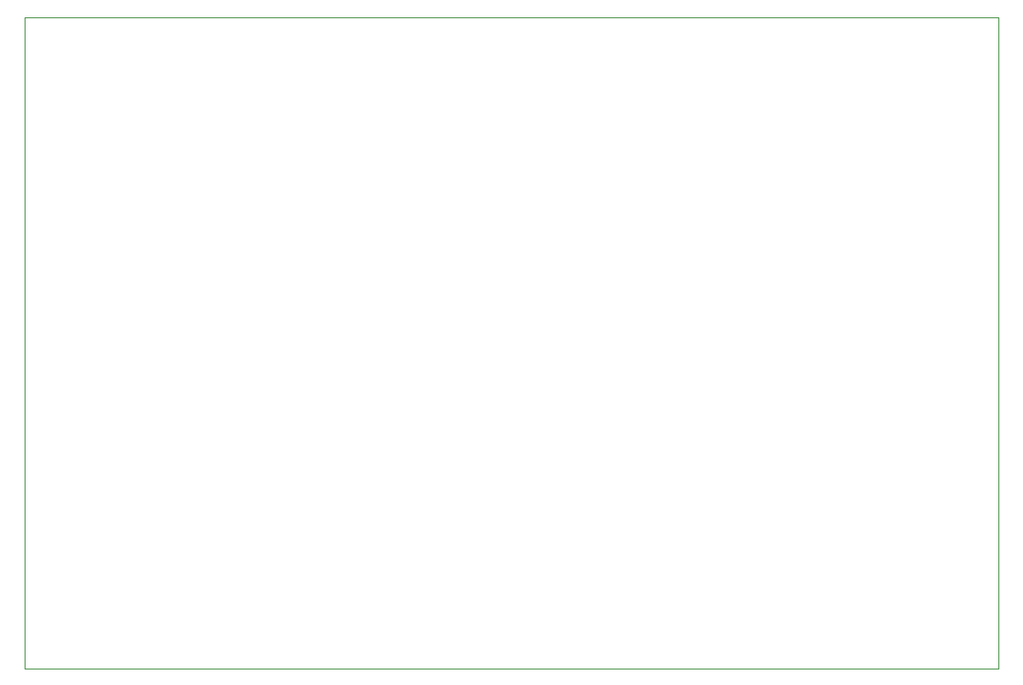
<source format=gm1>
G04 #@! TF.GenerationSoftware,KiCad,Pcbnew,5.0.2+dfsg1-1~bpo9+1*
G04 #@! TF.CreationDate,2019-06-18T09:34:39+01:00*
G04 #@! TF.ProjectId,PSU,5053552e-6b69-4636-9164-5f7063625858,rev?*
G04 #@! TF.SameCoordinates,Original*
G04 #@! TF.FileFunction,Profile,NP*
%FSLAX46Y46*%
G04 Gerber Fmt 4.6, Leading zero omitted, Abs format (unit mm)*
G04 Created by KiCad (PCBNEW 5.0.2+dfsg1-1~bpo9+1) date Tue 18 Jun 2019 09:34:39 IST*
%MOMM*%
%LPD*%
G01*
G04 APERTURE LIST*
%ADD10C,0.100000*%
G04 APERTURE END LIST*
D10*
X39624000Y-93980000D02*
X39624000Y-33528000D01*
X130048000Y-93980000D02*
X39624000Y-93980000D01*
X130048000Y-33528000D02*
X130048000Y-93980000D01*
X39624000Y-33528000D02*
X130048000Y-33528000D01*
M02*

</source>
